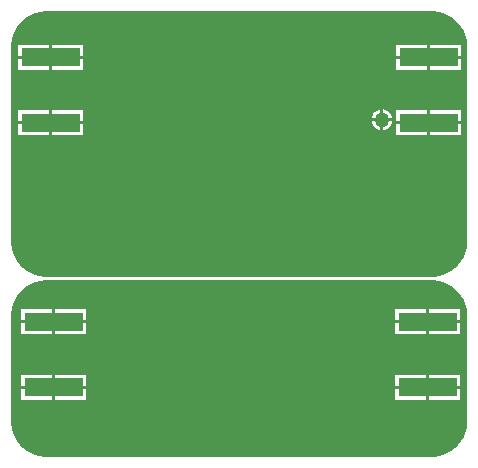
<source format=gbr>
%TF.GenerationSoftware,Altium Limited,Altium Designer,20.0.10 (225)*%
G04 Layer_Physical_Order=2*
G04 Layer_Color=16711680*
%FSLAX26Y26*%
%MOIN*%
%TF.FileFunction,Copper,L2,Bot,Signal*%
%TF.Part,CustomerPanel*%
G01*
G75*
%TA.AperFunction,SMDPad,CuDef*%
%ADD13R,0.196850X0.062992*%
%TA.AperFunction,ViaPad*%
%ADD17C,0.050000*%
G36*
X3058091Y4309948D02*
X3073047Y4305940D01*
X3087351Y4300016D01*
X3100759Y4292274D01*
X3113043Y4282849D01*
X3123990Y4271901D01*
X3133416Y4259618D01*
X3141157Y4246209D01*
X3147082Y4231905D01*
X3151089Y4216950D01*
X3153110Y4201600D01*
Y4193858D01*
Y3543977D01*
Y3536235D01*
X3151089Y3520885D01*
X3147082Y3505930D01*
X3141157Y3491626D01*
X3133416Y3478217D01*
X3123990Y3465934D01*
X3113043Y3454986D01*
X3100759Y3445561D01*
X3087351Y3437819D01*
X3073047Y3431894D01*
X3058091Y3427887D01*
X3042741Y3425866D01*
X3035000D01*
Y3425866D01*
X1751929D01*
Y3425866D01*
X1744188D01*
X1728838Y3427887D01*
X1713882Y3431894D01*
X1699578Y3437819D01*
X1686170Y3445561D01*
X1673887Y3454986D01*
X1662939Y3465934D01*
X1653513Y3478217D01*
X1645772Y3491626D01*
X1639847Y3505930D01*
X1635840Y3520885D01*
X1633819Y3536235D01*
Y3543977D01*
X1633819D01*
Y4193858D01*
Y4201600D01*
X1635840Y4216950D01*
X1639847Y4231905D01*
X1645772Y4246209D01*
X1653513Y4259618D01*
X1662939Y4271901D01*
X1673887Y4282849D01*
X1686170Y4292274D01*
X1699578Y4300016D01*
X1713882Y4305940D01*
X1728838Y4309948D01*
X1744188Y4311969D01*
X1751929D01*
Y4311968D01*
X3035000D01*
X3042741Y4311969D01*
X3058091Y4309948D01*
D02*
G37*
G36*
Y3412979D02*
X3073047Y3408972D01*
X3087351Y3403047D01*
X3100759Y3395305D01*
X3113043Y3385880D01*
X3123990Y3374932D01*
X3133416Y3362649D01*
X3141157Y3349241D01*
X3147082Y3334936D01*
X3151089Y3319981D01*
X3153110Y3304631D01*
Y3296890D01*
Y2943976D01*
Y2936235D01*
X3151089Y2920885D01*
X3147082Y2905930D01*
X3141157Y2891626D01*
X3133416Y2878217D01*
X3123990Y2865934D01*
X3113043Y2854986D01*
X3100759Y2845561D01*
X3087351Y2837819D01*
X3073047Y2831894D01*
X3058091Y2827887D01*
X3042741Y2825866D01*
X1744188D01*
X1728838Y2827887D01*
X1713882Y2831894D01*
X1699578Y2837819D01*
X1686170Y2845561D01*
X1673887Y2854986D01*
X1662939Y2865934D01*
X1653513Y2878217D01*
X1645772Y2891626D01*
X1639847Y2905930D01*
X1635840Y2920885D01*
X1633819Y2936235D01*
Y2943976D01*
Y3296890D01*
Y3304631D01*
X1635840Y3319981D01*
X1639847Y3334936D01*
X1645772Y3349241D01*
X1653513Y3362649D01*
X1662939Y3374932D01*
X1673887Y3385880D01*
X1686170Y3395305D01*
X1699578Y3403047D01*
X1713882Y3408972D01*
X1728838Y3412979D01*
X1744188Y3415000D01*
X3042741D01*
X3058091Y3412979D01*
D02*
G37*
%LPC*%
G36*
X1874134Y4198882D02*
X1770709D01*
Y4162386D01*
X1874134D01*
Y4198882D01*
D02*
G37*
G36*
X1760709D02*
X1657284D01*
Y4162386D01*
X1760709D01*
Y4198882D01*
D02*
G37*
G36*
X3133189D02*
X3029764D01*
Y4162386D01*
X3133189D01*
Y4198882D01*
D02*
G37*
G36*
X3019764D02*
X2916339D01*
Y4162386D01*
X3019764D01*
Y4198882D01*
D02*
G37*
G36*
X3133189Y4152386D02*
X3029764D01*
Y4115890D01*
X3133189D01*
Y4152386D01*
D02*
G37*
G36*
X3019764D02*
X2916339D01*
Y4115890D01*
X3019764D01*
Y4152386D01*
D02*
G37*
G36*
X1874134Y4152386D02*
X1770709D01*
Y4115890D01*
X1874134D01*
Y4152386D01*
D02*
G37*
G36*
X1760709D02*
X1657284D01*
Y4115890D01*
X1760709D01*
Y4152386D01*
D02*
G37*
G36*
X2873819Y3983994D02*
Y3954351D01*
X2903463D01*
X2902918Y3958487D01*
X2899391Y3967002D01*
X2893781Y3974313D01*
X2886470Y3979923D01*
X2877956Y3983450D01*
X2873819Y3983994D01*
D02*
G37*
G36*
X2863819D02*
X2859682Y3983450D01*
X2851168Y3979923D01*
X2843857Y3974313D01*
X2838247Y3967002D01*
X2834720Y3958487D01*
X2834175Y3954351D01*
X2863819D01*
Y3983994D01*
D02*
G37*
G36*
X1874134Y3980772D02*
X1770709D01*
Y3944276D01*
X1874134D01*
Y3980772D01*
D02*
G37*
G36*
X1760709D02*
X1657284D01*
Y3944276D01*
X1760709D01*
Y3980772D01*
D02*
G37*
G36*
X3133189D02*
X3029764D01*
Y3944276D01*
X3133189D01*
Y3980772D01*
D02*
G37*
G36*
X3019764D02*
X2916339D01*
Y3944276D01*
X3019764D01*
Y3980772D01*
D02*
G37*
G36*
X2903463Y3944351D02*
X2873819D01*
Y3914707D01*
X2877956Y3915251D01*
X2886470Y3918778D01*
X2893781Y3924388D01*
X2899391Y3931700D01*
X2902918Y3940214D01*
X2903463Y3944351D01*
D02*
G37*
G36*
X2863819D02*
X2834175D01*
X2834720Y3940214D01*
X2838247Y3931700D01*
X2843857Y3924388D01*
X2851168Y3918778D01*
X2859682Y3915251D01*
X2863819Y3914707D01*
Y3944351D01*
D02*
G37*
G36*
X3133189Y3934276D02*
X3029764D01*
Y3897780D01*
X3133189D01*
Y3934276D01*
D02*
G37*
G36*
X3019764D02*
X2916339D01*
Y3897780D01*
X3019764D01*
Y3934276D01*
D02*
G37*
G36*
X1874134Y3934276D02*
X1770709D01*
Y3897780D01*
X1874134D01*
Y3934276D01*
D02*
G37*
G36*
X1760709D02*
X1657284D01*
Y3897780D01*
X1760709D01*
Y3934276D01*
D02*
G37*
G36*
X1882659Y3318122D02*
X1779234D01*
Y3281626D01*
X1882659D01*
Y3318122D01*
D02*
G37*
G36*
X1769234D02*
X1665809D01*
Y3281626D01*
X1769234D01*
Y3318122D01*
D02*
G37*
G36*
X3129646D02*
X3026220D01*
Y3281626D01*
X3129646D01*
Y3318122D01*
D02*
G37*
G36*
X3016220D02*
X2912795D01*
Y3281626D01*
X3016220D01*
Y3318122D01*
D02*
G37*
G36*
X3129646Y3271626D02*
X3026220D01*
Y3235130D01*
X3129646D01*
Y3271626D01*
D02*
G37*
G36*
X3016220D02*
X2912795D01*
Y3235130D01*
X3016220D01*
Y3271626D01*
D02*
G37*
G36*
X1882659Y3271626D02*
X1779234D01*
Y3235130D01*
X1882659D01*
Y3271626D01*
D02*
G37*
G36*
X1769234D02*
X1665809D01*
Y3235130D01*
X1769234D01*
Y3271626D01*
D02*
G37*
G36*
X1882659Y3100012D02*
X1779234D01*
Y3063516D01*
X1882659D01*
Y3100012D01*
D02*
G37*
G36*
X1769234D02*
X1665809D01*
Y3063516D01*
X1769234D01*
Y3100012D01*
D02*
G37*
G36*
X3129646D02*
X3026220D01*
Y3063516D01*
X3129646D01*
Y3100012D01*
D02*
G37*
G36*
X3016220D02*
X2912795D01*
Y3063516D01*
X3016220D01*
Y3100012D01*
D02*
G37*
G36*
X3129646Y3053516D02*
X3026220D01*
Y3017020D01*
X3129646D01*
Y3053516D01*
D02*
G37*
G36*
X3016220D02*
X2912795D01*
Y3017020D01*
X3016220D01*
Y3053516D01*
D02*
G37*
G36*
X1882659Y3053516D02*
X1779234D01*
Y3017020D01*
X1882659D01*
Y3053516D01*
D02*
G37*
G36*
X1769234D02*
X1665809D01*
Y3017020D01*
X1769234D01*
Y3053516D01*
D02*
G37*
%LPD*%
D13*
X3021220Y3276626D02*
D03*
Y3058516D02*
D03*
X1774234D02*
D03*
Y3276626D02*
D03*
X3024764Y4157386D02*
D03*
Y3939276D02*
D03*
X1765709D02*
D03*
Y4157386D02*
D03*
D17*
X2350276Y3282618D02*
D03*
X2660276Y2995000D02*
D03*
X2855276Y3065000D02*
D03*
X2880276Y3355000D02*
D03*
X2865276Y3275000D02*
D03*
X1790276Y3355000D02*
D03*
X1920276Y3335000D02*
D03*
X1925276Y2985000D02*
D03*
X2010276D02*
D03*
X1955276Y3270000D02*
D03*
X2065276D02*
D03*
X2085276Y3065875D02*
D03*
X2175276D02*
D03*
X2160276Y3270000D02*
D03*
X2450276Y3065875D02*
D03*
X2254445Y3270000D02*
D03*
X2252132Y3065875D02*
D03*
X2360276D02*
D03*
X2520276D02*
D03*
X2439019Y3270000D02*
D03*
X2795276D02*
D03*
X2715276D02*
D03*
X2621608D02*
D03*
X2535276D02*
D03*
X2605276Y3065875D02*
D03*
X2805276Y2990000D02*
D03*
X1835276Y2960000D02*
D03*
X1773819Y4241969D02*
D03*
X2868819Y3949351D02*
D03*
X2775492Y4136969D02*
D03*
X2868819D02*
D03*
X1923819Y3941969D02*
D03*
X2928819Y4236969D02*
D03*
X2648819Y3946969D02*
D03*
X2148819Y3731969D02*
D03*
Y3651969D02*
D03*
X1953819Y3681969D02*
D03*
Y3761969D02*
D03*
X2868819Y3786969D02*
D03*
Y3706053D02*
D03*
X2648819Y3601296D02*
D03*
X2868819D02*
D03*
X2648819Y3736853D02*
D03*
Y3856969D02*
D03*
X2373819Y4136969D02*
D03*
X2328819Y3946969D02*
D03*
X2458204D02*
D03*
X2508819Y4136969D02*
D03*
X1953819Y3866969D02*
D03*
X2148819Y3861969D02*
D03*
X2648819Y4136969D02*
D03*
X2553819Y3946969D02*
D03*
X2868819Y3871969D02*
D03*
X1918819Y4161969D02*
D03*
X2148819Y3931969D02*
D03*
X2223819Y3946969D02*
D03*
X2249244Y4136969D02*
D03*
X2155366D02*
D03*
X2068819D02*
D03*
X1993819D02*
D03*
X2758819Y3486969D02*
D03*
X2048819Y3481969D02*
D03*
%TF.MD5,128af96eb112fa5f8a8a79e6400b3e3f*%
M02*

</source>
